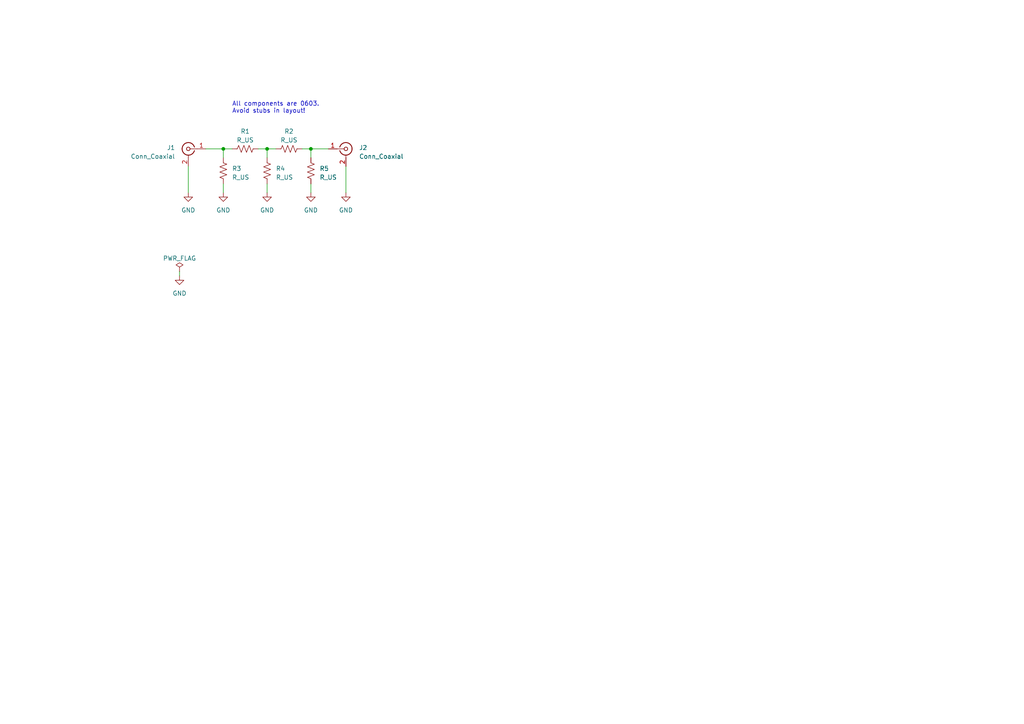
<source format=kicad_sch>
(kicad_sch (version 20230121) (generator eeschema)
  (paper "A4")
  (lib_symbols
    (symbol "Connector:Conn_Coaxial" (pin_names (offset 1.016) hide)
      (property "Reference" "J" (at 0.254 3.048 0))
      (property "Value" "Conn_Coaxial" (at 2.921 0 90))
      (symbol "Conn_Coaxial_0_1"
        (arc (start -1.778 -0.508) (mid 0.2311 -1.8066) (end 1.778 0) (stroke (width 0.254)))
        (polyline (pts (xy -2.54 0) (xy -0.508 0)))
        (polyline (pts (xy 0 -2.54) (xy 0 -1.778)))
        (circle (center 0 0) (radius 0.508) (stroke (width 0.2032)))
        (arc (start 1.778 0) (mid 0.2099 1.8101) (end -1.778 0.508) (stroke (width 0.254)))
      )
      (symbol "Conn_Coaxial_1_1"
        (pin passive line (at -5.08 0 0) (length 2.54) (name "In") (number "1"))
        (pin passive line (at 0 -5.08 90) (length 2.54) (name "Ext") (number "2"))
      )
    )
    (symbol "Device:R_US" (pin_numbers hide) (pin_names (offset 0))
      (property "Reference" "R" (at 2.54 0 90))
      (property "Value" "R_US" (at -2.54 0 90))
      (symbol "R_US_0_1"
        (polyline (pts (xy 0 -2.286) (xy 0 -2.54)))
        (polyline (pts (xy 0 2.286) (xy 0 2.54)))
        (polyline (pts (xy 0 -0.762) (xy 1.016 -1.143) (xy 0 -1.524) (xy -1.016 -1.905) (xy 0 -2.286)))
        (polyline (pts (xy 0 0.762) (xy 1.016 0.381) (xy 0 0) (xy -1.016 -0.381) (xy 0 -0.762)))
        (polyline (pts (xy 0 2.286) (xy 1.016 1.905) (xy 0 1.524) (xy -1.016 1.143) (xy 0 0.762)))
      )
      (symbol "R_US_1_1"
        (pin passive line (at 0 3.81 270) (length 1.27) (name "~") (number "1"))
        (pin passive line (at 0 -3.81 90) (length 1.27) (name "~") (number "2"))
      )
    )
    (symbol "power:GND" (power) (pin_names (offset 0))
      (property "Value" "GND" (at 0 -3.81 0))
      (symbol "GND_0_1"
        (polyline (pts (xy 0 0) (xy 0 -1.27) (xy 1.27 -1.27) (xy 0 -2.54) (xy -1.27 -1.27) (xy 0 -1.27)))
      )
      (symbol "GND_1_1"
        (pin power_in line (at 0 0 270) (length 0) hide (name "GND") (number "1"))
      )
    )
    (symbol "power:PWR_FLAG" (power) (pin_numbers hide) (pin_names (offset 0) hide)
      (property "Value" "PWR_FLAG" (at 0 3.81 0))
      (symbol "PWR_FLAG_0_0"
        (pin power_out line (at 0 0 90) (length 0) (name "pwr") (number "1"))
      )
      (symbol "PWR_FLAG_0_1"
        (polyline (pts (xy 0 0) (xy 0 1.27) (xy -1.016 1.905) (xy 0 2.54) (xy 1.016 1.905) (xy 0 1.27)))
      )
    )
  )
  (junction (at 64.77 43.18))
  (junction (at 77.47 43.18))
  (junction (at 90.17 43.18))
  (wire (pts (xy 52.07 78.74) (xy 52.07 80.01)))
  (wire (pts (xy 59.69 43.18) (xy 64.77 43.18)))
  (wire (pts (xy 100.33 48.26) (xy 100.33 55.88)))
  (wire (pts (xy 64.77 43.18) (xy 67.31 43.18)))
  (wire (pts (xy 64.77 43.18) (xy 64.77 45.72)))
  (wire (pts (xy 87.63 43.18) (xy 90.17 43.18)))
  (wire (pts (xy 90.17 43.18) (xy 95.25 43.18)))
  (wire (pts (xy 77.47 53.34) (xy 77.47 55.88)))
  (wire (pts (xy 90.17 53.34) (xy 90.17 55.88)))
  (wire (pts (xy 64.77 53.34) (xy 64.77 55.88)))
  (wire (pts (xy 74.93 43.18) (xy 77.47 43.18)))
  (wire (pts (xy 77.47 43.18) (xy 77.47 45.72)))
  (wire (pts (xy 90.17 43.18) (xy 90.17 45.72)))
  (wire (pts (xy 54.61 48.26) (xy 54.61 55.88)))
  (wire (pts (xy 77.47 43.18) (xy 80.01 43.18)))
  (text "All components are 0603.\nAvoid stubs in layout!" (at 67.31 33.02 0) (effects (font (size 1.27 1.27)) (justify left bottom)))
  (symbol (lib_id "Device:R_US") (at 90.17 49.53 180) (unit 1)
    (property "Reference" "R5" (at 92.71 48.895 0) (effects (justify right)))
    (property "Value" "R_US" (at 92.71 51.435 0) (effects (justify right)))
    (property "Footprint" "Capacitor_SMD:C_0603_1608Metric" (effects hide))
  )
  (symbol (lib_id "power:GND") (at 64.77 55.88 0) (unit 1)
    (property "Reference" "#PWR02" (effects hide))
    (property "Value" "GND" (at 64.77 60.96 0))
  )
  (symbol (lib_id "power:GND") (at 100.33 55.88 0) (unit 1)
    (property "Reference" "#PWR05" (effects hide))
    (property "Value" "GND" (at 100.33 60.96 0))
  )
  (symbol (lib_id "Connector:Conn_Coaxial") (at 54.61 43.18 0) (mirror y) (unit 1)
    (property "Reference" "J1" (at 50.8 42.8382 0) (effects (justify left)))
    (property "Value" "Conn_Coaxial" (at 50.8 45.3782 0) (effects (justify left)))
    (property "Footprint" "Custom_Connector_RF:Hirose_U.FL-R-SMT-1" (effects hide))
    (property "Datasheet" "https://media.digikey.com/pdf/Data%20Sheets/Hirose%20PDFs/EDC3-302540-10.tif.pdf" (effects hide))
    (property "MPN" "U.FL-R-SMT-1(10)" (effects hide))
    (property "Standard Cost" "0.69" (effects hide))
  )
  (symbol (lib_id "Device:R_US") (at 64.77 49.53 0) (unit 1)
    (property "Reference" "R3" (at 67.31 48.895 0) (effects (justify left)))
    (property "Value" "R_US" (at 67.31 51.435 0) (effects (justify left)))
    (property "Footprint" "Capacitor_SMD:C_0603_1608Metric" (effects hide))
  )
  (symbol (lib_id "Device:R_US") (at 83.82 43.18 90) (unit 1)
    (property "Reference" "R2" (at 83.82 38.1 90))
    (property "Value" "R_US" (at 83.82 40.64 90))
    (property "Footprint" "Capacitor_SMD:C_0603_1608Metric" (effects hide))
  )
  (symbol (lib_id "power:GND") (at 52.07 80.01 0) (unit 1)
    (property "Reference" "#PWR06" (effects hide))
    (property "Value" "GND" (at 52.07 85.09 0))
  )
  (symbol (lib_id "power:GND") (at 90.17 55.88 0) (unit 1)
    (property "Reference" "#PWR04" (effects hide))
    (property "Value" "GND" (at 90.17 60.96 0))
  )
  (symbol (lib_id "Device:R_US") (at 71.12 43.18 90) (unit 1)
    (property "Reference" "R1" (at 71.12 38.1 90))
    (property "Value" "R_US" (at 71.12 40.64 90))
    (property "Footprint" "Capacitor_SMD:C_0603_1608Metric" (effects hide))
  )
  (symbol (lib_id "power:GND") (at 54.61 55.88 0) (unit 1)
    (property "Reference" "#PWR01" (effects hide))
    (property "Value" "GND" (at 54.61 60.96 0))
  )
  (symbol (lib_id "Device:R_US") (at 77.47 49.53 0) (unit 1)
    (property "Reference" "R4" (at 80.01 48.895 0) (effects (justify left)))
    (property "Value" "R_US" (at 80.01 51.435 0) (effects (justify left)))
    (property "Footprint" "Capacitor_SMD:C_0603_1608Metric" (effects hide))
  )
  (symbol (lib_id "power:PWR_FLAG") (at 52.07 78.74 0) (unit 1)
    (property "Reference" "#FLG01" (effects hide))
    (property "Value" "PWR_FLAG" (at 52.07 74.93 0))
  )
  (symbol (lib_id "Connector:Conn_Coaxial") (at 100.33 43.18 0) (unit 1)
    (property "Reference" "J2" (at 104.14 42.8382 0) (effects (justify left)))
    (property "Value" "Conn_Coaxial" (at 104.14 45.3782 0) (effects (justify left)))
    (property "Footprint" "Custom_Connector_RF:Hirose_U.FL-R-SMT-1" (effects hide))
    (property "Datasheet" "https://media.digikey.com/pdf/Data%20Sheets/Hirose%20PDFs/EDC3-302540-10.tif.pdf" (effects hide))
    (property "MPN" "U.FL-R-SMT-1(10)" (effects hide))
    (property "Standard Cost" "0.69" (effects hide))
  )
  (symbol (lib_id "power:GND") (at 77.47 55.88 0) (unit 1)
    (property "Reference" "#PWR03" (effects hide))
    (property "Value" "GND" (at 77.47 60.96 0))
  )
)
</source>
